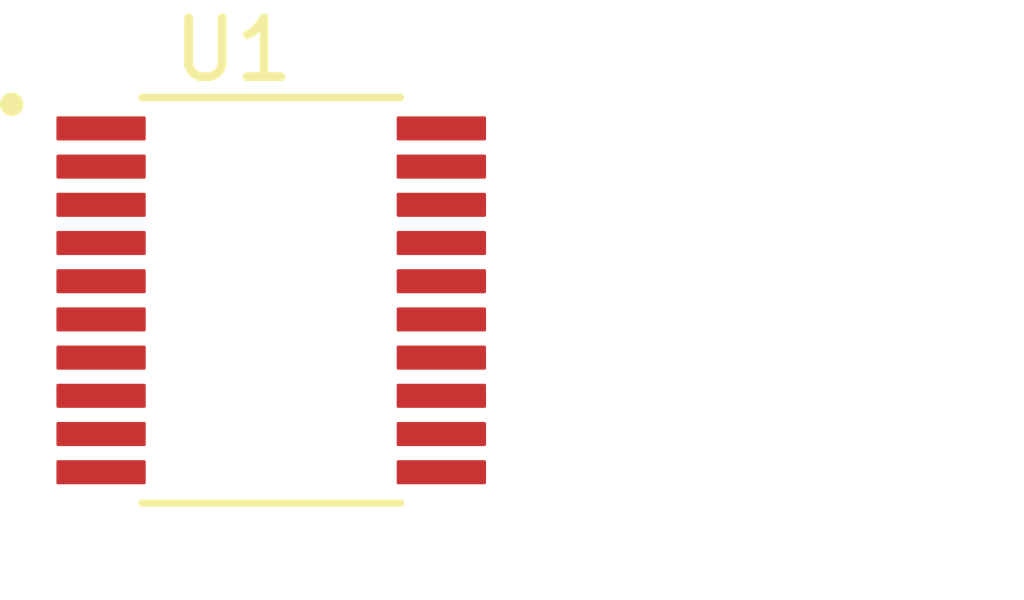
<source format=kicad_pcb>
(kicad_pcb (version 20240108) (generator "pcbnew") (generator_version "8.0")
  (layers (0 "F.Cu" signal) (31 "B.Cu" signal) (34 "B.Paste" user) (35 "F.Paste" user) (36 "B.SilkS" user "B.Silkscreen") (37 "F.SilkS" user "F.Silkscreen") (38 "B.Mask" user) (39 "F.Mask" user) (44 "Edge.Cuts" user))
  (net 0 "")
  (footprint "CH32V003F4P6:SOP65P640X121-20N" (layer "F.Cu") (at 59.605 41.825)
    (property "Reference" "U1" (at -0.645 -4.262 0) (layer "F.SilkS"))
    (property "Value" "CH32V003F4P6")
    (fp_line (start -2.2 -3.45) (end 2.2 -3.45) (stroke (width 0.127)) (layer "F.SilkS"))
    (fp_line (start -2.2 3.45) (end 2.2 3.45) (stroke (width 0.127)) (layer "F.SilkS"))
    (fp_circle (center -4.415 -3.335) (end -4.315 -3.335) (stroke (width 0.2)) (fill none) (layer "F.SilkS"))
    (pad "1" smd roundrect (at -2.895 -2.925) (size 1.52 0.41) (layers "F.Cu" "F.Paste" "F.Mask") (roundrect_rratio 0.06))
    (pad "2" smd roundrect (at -2.895 -2.275) (size 1.52 0.41) (layers "F.Cu" "F.Paste" "F.Mask") (roundrect_rratio 0.06))
    (pad "3" smd roundrect (at -2.895 -1.625) (size 1.52 0.41) (layers "F.Cu" "F.Paste" "F.Mask") (roundrect_rratio 0.06))
    (pad "4" smd roundrect (at -2.895 -0.975) (size 1.52 0.41) (layers "F.Cu" "F.Paste" "F.Mask") (roundrect_rratio 0.06))
    (pad "5" smd roundrect (at -2.895 -0.325) (size 1.52 0.41) (layers "F.Cu" "F.Paste" "F.Mask") (roundrect_rratio 0.06))
    (pad "6" smd roundrect (at -2.895 0.325) (size 1.52 0.41) (layers "F.Cu" "F.Paste" "F.Mask") (roundrect_rratio 0.06))
    (pad "7" smd roundrect (at -2.895 0.975) (size 1.52 0.41) (layers "F.Cu" "F.Paste" "F.Mask") (roundrect_rratio 0.06))
    (pad "8" smd roundrect (at -2.895 1.625) (size 1.52 0.41) (layers "F.Cu" "F.Paste" "F.Mask") (roundrect_rratio 0.06))
    (pad "9" smd roundrect (at -2.895 2.275) (size 1.52 0.41) (layers "F.Cu" "F.Paste" "F.Mask") (roundrect_rratio 0.06))
    (pad "10" smd roundrect (at -2.895 2.925) (size 1.52 0.41) (layers "F.Cu" "F.Paste" "F.Mask") (roundrect_rratio 0.06))
    (pad "11" smd roundrect (at 2.895 2.925) (size 1.52 0.41) (layers "F.Cu" "F.Paste" "F.Mask") (roundrect_rratio 0.06))
    (pad "12" smd roundrect (at 2.895 2.275) (size 1.52 0.41) (layers "F.Cu" "F.Paste" "F.Mask") (roundrect_rratio 0.06))
    (pad "13" smd roundrect (at 2.895 1.625) (size 1.52 0.41) (layers "F.Cu" "F.Paste" "F.Mask") (roundrect_rratio 0.06))
    (pad "14" smd roundrect (at 2.895 0.975) (size 1.52 0.41) (layers "F.Cu" "F.Paste" "F.Mask") (roundrect_rratio 0.06))
    (pad "15" smd roundrect (at 2.895 0.325) (size 1.52 0.41) (layers "F.Cu" "F.Paste" "F.Mask") (roundrect_rratio 0.06))
    (pad "16" smd roundrect (at 2.895 -0.325) (size 1.52 0.41) (layers "F.Cu" "F.Paste" "F.Mask") (roundrect_rratio 0.06))
    (pad "17" smd roundrect (at 2.895 -0.975) (size 1.52 0.41) (layers "F.Cu" "F.Paste" "F.Mask") (roundrect_rratio 0.06))
    (pad "18" smd roundrect (at 2.895 -1.625) (size 1.52 0.41) (layers "F.Cu" "F.Paste" "F.Mask") (roundrect_rratio 0.06))
    (pad "19" smd roundrect (at 2.895 -2.275) (size 1.52 0.41) (layers "F.Cu" "F.Paste" "F.Mask") (roundrect_rratio 0.06))
    (pad "20" smd roundrect (at 2.895 -2.925) (size 1.52 0.41) (layers "F.Cu" "F.Paste" "F.Mask") (roundrect_rratio 0.06))
  )
)
</source>
